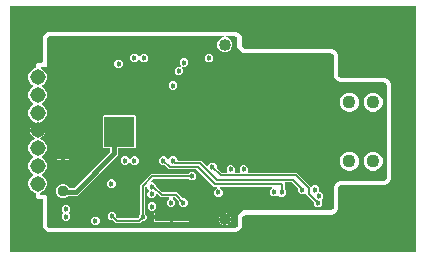
<source format=gbr>
G04 EAGLE Gerber RS-274X export*
G75*
%MOMM*%
%FSLAX34Y34*%
%LPD*%
%INBottom Copper*%
%IPPOS*%
%AMOC8*
5,1,8,0,0,1.08239X$1,22.5*%
G01*
%ADD10C,1.016000*%
%ADD11C,1.108000*%
%ADD12C,0.958000*%
%ADD13R,1.000000X5.000000*%
%ADD14R,2.540000X2.540000*%
%ADD15R,3.000000X0.800000*%
%ADD16C,1.308000*%
%ADD17C,0.454000*%
%ADD18C,0.152400*%
%ADD19C,0.406400*%

G36*
X323520Y-19758D02*
X323520Y-19758D01*
X323539Y-19760D01*
X323641Y-19738D01*
X323743Y-19722D01*
X323760Y-19712D01*
X323780Y-19708D01*
X323869Y-19655D01*
X323960Y-19606D01*
X323974Y-19592D01*
X323991Y-19582D01*
X324058Y-19503D01*
X324130Y-19428D01*
X324138Y-19410D01*
X324151Y-19395D01*
X324190Y-19299D01*
X324233Y-19205D01*
X324235Y-19185D01*
X324243Y-19167D01*
X324261Y-19000D01*
X324261Y187500D01*
X324258Y187520D01*
X324260Y187539D01*
X324238Y187641D01*
X324222Y187743D01*
X324212Y187760D01*
X324208Y187780D01*
X324155Y187869D01*
X324106Y187960D01*
X324092Y187974D01*
X324082Y187991D01*
X324003Y188058D01*
X323928Y188130D01*
X323910Y188138D01*
X323895Y188151D01*
X323799Y188190D01*
X323705Y188233D01*
X323685Y188235D01*
X323667Y188243D01*
X323500Y188261D01*
X-18500Y188261D01*
X-18520Y188258D01*
X-18539Y188260D01*
X-18641Y188238D01*
X-18743Y188222D01*
X-18760Y188212D01*
X-18780Y188208D01*
X-18869Y188155D01*
X-18960Y188106D01*
X-18974Y188092D01*
X-18991Y188082D01*
X-19058Y188003D01*
X-19130Y187928D01*
X-19138Y187910D01*
X-19151Y187895D01*
X-19190Y187799D01*
X-19233Y187705D01*
X-19235Y187685D01*
X-19243Y187667D01*
X-19261Y187500D01*
X-19261Y-19000D01*
X-19258Y-19020D01*
X-19260Y-19039D01*
X-19238Y-19141D01*
X-19222Y-19243D01*
X-19212Y-19260D01*
X-19208Y-19280D01*
X-19155Y-19369D01*
X-19106Y-19460D01*
X-19092Y-19474D01*
X-19082Y-19491D01*
X-19003Y-19558D01*
X-18928Y-19630D01*
X-18910Y-19638D01*
X-18895Y-19651D01*
X-18799Y-19690D01*
X-18705Y-19733D01*
X-18685Y-19735D01*
X-18667Y-19743D01*
X-18500Y-19761D01*
X323500Y-19761D01*
X323520Y-19758D01*
G37*
%LPC*%
G36*
X13184Y-3279D02*
X13184Y-3279D01*
X10038Y-1462D01*
X8221Y1684D01*
X8221Y24460D01*
X8218Y24480D01*
X8220Y24499D01*
X8198Y24601D01*
X8182Y24703D01*
X8172Y24720D01*
X8168Y24740D01*
X8115Y24829D01*
X8066Y24920D01*
X8052Y24934D01*
X8042Y24951D01*
X7963Y25018D01*
X7888Y25090D01*
X7870Y25098D01*
X7855Y25111D01*
X7759Y25150D01*
X7665Y25193D01*
X7645Y25195D01*
X7627Y25203D01*
X7460Y25221D01*
X3263Y25221D01*
X2221Y26263D01*
X2221Y29774D01*
X2202Y29889D01*
X2185Y30005D01*
X2183Y30010D01*
X2182Y30017D01*
X2127Y30119D01*
X2074Y30224D01*
X2069Y30228D01*
X2066Y30234D01*
X1982Y30314D01*
X1898Y30396D01*
X1892Y30400D01*
X1888Y30403D01*
X1871Y30411D01*
X1751Y30477D01*
X-424Y31378D01*
X-2622Y33576D01*
X-3811Y36446D01*
X-3811Y39554D01*
X-2622Y42424D01*
X-424Y44622D01*
X-2Y44797D01*
X59Y44834D01*
X125Y44864D01*
X163Y44899D01*
X207Y44926D01*
X253Y44981D01*
X306Y45030D01*
X331Y45076D01*
X364Y45116D01*
X390Y45183D01*
X424Y45246D01*
X434Y45297D01*
X452Y45345D01*
X455Y45417D01*
X468Y45488D01*
X461Y45539D01*
X463Y45591D01*
X443Y45660D01*
X432Y45731D01*
X409Y45777D01*
X394Y45827D01*
X353Y45886D01*
X321Y45950D01*
X284Y45987D01*
X254Y46029D01*
X197Y46072D01*
X145Y46122D01*
X82Y46157D01*
X57Y46176D01*
X34Y46183D01*
X-2Y46203D01*
X-424Y46378D01*
X-2622Y48576D01*
X-3811Y51446D01*
X-3811Y54554D01*
X-2622Y57424D01*
X-424Y59622D01*
X-2Y59797D01*
X59Y59834D01*
X125Y59864D01*
X163Y59899D01*
X207Y59926D01*
X253Y59981D01*
X306Y60030D01*
X331Y60076D01*
X364Y60116D01*
X390Y60183D01*
X424Y60246D01*
X434Y60297D01*
X452Y60345D01*
X455Y60417D01*
X468Y60488D01*
X461Y60539D01*
X463Y60591D01*
X443Y60660D01*
X432Y60731D01*
X409Y60777D01*
X394Y60827D01*
X353Y60886D01*
X321Y60950D01*
X284Y60987D01*
X254Y61029D01*
X197Y61072D01*
X145Y61122D01*
X82Y61157D01*
X57Y61176D01*
X34Y61183D01*
X-2Y61203D01*
X-424Y61378D01*
X-2622Y63576D01*
X-3811Y66446D01*
X-3811Y69554D01*
X-2622Y72424D01*
X-424Y74622D01*
X1658Y75484D01*
X1719Y75522D01*
X1784Y75551D01*
X1822Y75586D01*
X1867Y75614D01*
X1912Y75669D01*
X1965Y75717D01*
X1990Y75763D01*
X2024Y75803D01*
X2049Y75870D01*
X2084Y75933D01*
X2093Y75984D01*
X2112Y76033D01*
X2115Y76104D01*
X2127Y76175D01*
X2120Y76226D01*
X2122Y76278D01*
X2102Y76347D01*
X2092Y76418D01*
X2068Y76465D01*
X2054Y76515D01*
X2013Y76574D01*
X1980Y76638D01*
X1943Y76674D01*
X1913Y76717D01*
X1856Y76760D01*
X1805Y76810D01*
X1742Y76844D01*
X1716Y76864D01*
X1694Y76871D01*
X1658Y76891D01*
X902Y77204D01*
X-169Y77919D01*
X-1080Y78830D01*
X-1796Y79902D01*
X-2289Y81092D01*
X-2366Y81477D01*
X1460Y81477D01*
X1480Y81480D01*
X1499Y81478D01*
X1601Y81500D01*
X1703Y81517D01*
X1720Y81526D01*
X1740Y81530D01*
X1829Y81583D01*
X1920Y81632D01*
X1934Y81646D01*
X1951Y81656D01*
X2018Y81735D01*
X2090Y81810D01*
X2098Y81828D01*
X2111Y81843D01*
X2150Y81939D01*
X2193Y82033D01*
X2195Y82053D01*
X2203Y82071D01*
X2221Y82238D01*
X2221Y83762D01*
X2218Y83782D01*
X2220Y83801D01*
X2198Y83903D01*
X2182Y84005D01*
X2172Y84022D01*
X2168Y84042D01*
X2115Y84131D01*
X2066Y84222D01*
X2052Y84236D01*
X2042Y84253D01*
X1963Y84320D01*
X1888Y84391D01*
X1870Y84400D01*
X1855Y84413D01*
X1759Y84452D01*
X1665Y84495D01*
X1645Y84497D01*
X1627Y84505D01*
X1460Y84523D01*
X-2366Y84523D01*
X-2289Y84908D01*
X-1796Y86098D01*
X-1080Y87170D01*
X-169Y88081D01*
X902Y88796D01*
X1658Y89109D01*
X1719Y89147D01*
X1784Y89176D01*
X1822Y89211D01*
X1867Y89239D01*
X1912Y89294D01*
X1965Y89343D01*
X1990Y89388D01*
X2024Y89428D01*
X2049Y89495D01*
X2084Y89558D01*
X2093Y89609D01*
X2112Y89658D01*
X2115Y89730D01*
X2127Y89800D01*
X2120Y89852D01*
X2122Y89904D01*
X2102Y89973D01*
X2092Y90044D01*
X2068Y90090D01*
X2054Y90140D01*
X2013Y90199D01*
X1980Y90263D01*
X1943Y90299D01*
X1913Y90342D01*
X1856Y90385D01*
X1805Y90435D01*
X1742Y90470D01*
X1716Y90489D01*
X1694Y90496D01*
X1658Y90516D01*
X-424Y91378D01*
X-2622Y93576D01*
X-3811Y96446D01*
X-3811Y99554D01*
X-2622Y102424D01*
X-424Y104622D01*
X-2Y104797D01*
X59Y104834D01*
X125Y104864D01*
X163Y104899D01*
X207Y104926D01*
X253Y104981D01*
X306Y105030D01*
X331Y105076D01*
X364Y105116D01*
X390Y105183D01*
X424Y105246D01*
X434Y105297D01*
X452Y105345D01*
X455Y105417D01*
X468Y105488D01*
X461Y105539D01*
X463Y105591D01*
X443Y105660D01*
X432Y105731D01*
X409Y105777D01*
X394Y105827D01*
X353Y105886D01*
X321Y105950D01*
X284Y105987D01*
X254Y106029D01*
X197Y106072D01*
X145Y106122D01*
X82Y106157D01*
X57Y106176D01*
X34Y106183D01*
X-2Y106203D01*
X-424Y106378D01*
X-2622Y108576D01*
X-3811Y111446D01*
X-3811Y114554D01*
X-2622Y117424D01*
X-424Y119622D01*
X-2Y119797D01*
X59Y119834D01*
X125Y119864D01*
X163Y119899D01*
X207Y119926D01*
X253Y119981D01*
X306Y120030D01*
X331Y120076D01*
X364Y120116D01*
X390Y120183D01*
X424Y120246D01*
X434Y120297D01*
X452Y120345D01*
X455Y120417D01*
X468Y120488D01*
X461Y120539D01*
X463Y120591D01*
X443Y120660D01*
X432Y120731D01*
X409Y120777D01*
X394Y120827D01*
X353Y120886D01*
X321Y120950D01*
X284Y120987D01*
X254Y121029D01*
X197Y121072D01*
X145Y121122D01*
X82Y121157D01*
X57Y121176D01*
X34Y121183D01*
X-2Y121203D01*
X-424Y121378D01*
X-2622Y123576D01*
X-3811Y126446D01*
X-3811Y129554D01*
X-2622Y132424D01*
X-424Y134622D01*
X1751Y135523D01*
X1851Y135584D01*
X1951Y135644D01*
X1955Y135649D01*
X1960Y135652D01*
X2035Y135743D01*
X2111Y135831D01*
X2113Y135837D01*
X2117Y135842D01*
X2158Y135949D01*
X2203Y136059D01*
X2204Y136067D01*
X2205Y136072D01*
X2206Y136090D01*
X2221Y136226D01*
X2221Y139237D01*
X3263Y140279D01*
X7460Y140279D01*
X7480Y140282D01*
X7499Y140280D01*
X7601Y140302D01*
X7703Y140318D01*
X7720Y140328D01*
X7740Y140332D01*
X7829Y140385D01*
X7920Y140434D01*
X7934Y140448D01*
X7951Y140458D01*
X8018Y140537D01*
X8090Y140612D01*
X8098Y140630D01*
X8111Y140645D01*
X8150Y140741D01*
X8193Y140835D01*
X8195Y140855D01*
X8203Y140873D01*
X8221Y141040D01*
X8221Y161816D01*
X10038Y164962D01*
X13184Y166779D01*
X171816Y166779D01*
X174962Y164962D01*
X176779Y161816D01*
X176779Y155500D01*
X176784Y155469D01*
X176785Y155401D01*
X176869Y154764D01*
X176888Y154701D01*
X176897Y154636D01*
X176931Y154560D01*
X176940Y154529D01*
X176951Y154513D01*
X176965Y154483D01*
X177601Y153380D01*
X177647Y153324D01*
X177654Y153313D01*
X177662Y153306D01*
X177674Y153291D01*
X177745Y153201D01*
X177753Y153195D01*
X177757Y153190D01*
X177776Y153178D01*
X177880Y153101D01*
X178983Y152465D01*
X179044Y152441D01*
X179101Y152409D01*
X179182Y152389D01*
X179213Y152378D01*
X179232Y152377D01*
X179264Y152369D01*
X179901Y152285D01*
X179932Y152286D01*
X180000Y152279D01*
X253316Y152279D01*
X256462Y150462D01*
X258279Y147316D01*
X258279Y130500D01*
X258284Y130469D01*
X258285Y130401D01*
X258369Y129764D01*
X258388Y129701D01*
X258397Y129636D01*
X258431Y129560D01*
X258440Y129528D01*
X258451Y129513D01*
X258465Y129483D01*
X259101Y128380D01*
X259174Y128291D01*
X259245Y128201D01*
X259253Y128195D01*
X259257Y128190D01*
X259276Y128178D01*
X259380Y128101D01*
X260483Y127465D01*
X260544Y127441D01*
X260601Y127409D01*
X260682Y127389D01*
X260713Y127378D01*
X260732Y127377D01*
X260764Y127369D01*
X261401Y127285D01*
X261432Y127286D01*
X261500Y127279D01*
X298316Y127279D01*
X301462Y125462D01*
X303279Y122316D01*
X303279Y41684D01*
X301462Y38538D01*
X298316Y36721D01*
X261500Y36721D01*
X261469Y36716D01*
X261401Y36715D01*
X260764Y36631D01*
X260701Y36612D01*
X260636Y36603D01*
X260560Y36569D01*
X260528Y36560D01*
X260513Y36549D01*
X260483Y36535D01*
X259380Y35899D01*
X259291Y35826D01*
X259201Y35755D01*
X259195Y35747D01*
X259190Y35743D01*
X259178Y35724D01*
X259101Y35620D01*
X258465Y34517D01*
X258441Y34456D01*
X258409Y34399D01*
X258389Y34318D01*
X258378Y34287D01*
X258377Y34268D01*
X258369Y34236D01*
X258285Y33599D01*
X258286Y33568D01*
X258279Y33500D01*
X258279Y16684D01*
X256462Y13538D01*
X253316Y11721D01*
X180500Y11721D01*
X180469Y11716D01*
X180401Y11715D01*
X179764Y11631D01*
X179701Y11612D01*
X179636Y11603D01*
X179560Y11569D01*
X179528Y11560D01*
X179513Y11549D01*
X179483Y11535D01*
X178380Y10899D01*
X178291Y10826D01*
X178201Y10755D01*
X178195Y10747D01*
X178190Y10743D01*
X178178Y10724D01*
X178101Y10620D01*
X177465Y9517D01*
X177441Y9456D01*
X177409Y9399D01*
X177389Y9318D01*
X177378Y9287D01*
X177377Y9268D01*
X177369Y9236D01*
X177285Y8599D01*
X177286Y8568D01*
X177279Y8500D01*
X177279Y1684D01*
X175462Y-1462D01*
X172316Y-3279D01*
X13184Y-3279D01*
G37*
%LPD*%
G36*
X170531Y284D02*
X170531Y284D01*
X170599Y285D01*
X171236Y369D01*
X171299Y388D01*
X171364Y397D01*
X171440Y431D01*
X171472Y440D01*
X171487Y451D01*
X171517Y465D01*
X172620Y1101D01*
X172709Y1174D01*
X172799Y1245D01*
X172805Y1253D01*
X172810Y1257D01*
X172822Y1276D01*
X172899Y1380D01*
X173535Y2483D01*
X173559Y2544D01*
X173591Y2601D01*
X173611Y2682D01*
X173622Y2713D01*
X173623Y2732D01*
X173631Y2764D01*
X173715Y3401D01*
X173714Y3432D01*
X173721Y3500D01*
X173721Y10316D01*
X175538Y13462D01*
X178684Y15279D01*
X251500Y15279D01*
X251531Y15284D01*
X251599Y15285D01*
X252236Y15369D01*
X252299Y15388D01*
X252364Y15397D01*
X252440Y15431D01*
X252472Y15440D01*
X252487Y15451D01*
X252517Y15465D01*
X253620Y16101D01*
X253701Y16167D01*
X253710Y16172D01*
X253720Y16182D01*
X253799Y16245D01*
X253805Y16253D01*
X253810Y16257D01*
X253822Y16276D01*
X253870Y16340D01*
X253880Y16351D01*
X253883Y16359D01*
X253899Y16380D01*
X254535Y17483D01*
X254559Y17544D01*
X254591Y17601D01*
X254611Y17682D01*
X254622Y17713D01*
X254623Y17732D01*
X254631Y17764D01*
X254715Y18401D01*
X254714Y18432D01*
X254721Y18500D01*
X254721Y35316D01*
X256538Y38462D01*
X259684Y40279D01*
X296500Y40279D01*
X296531Y40284D01*
X296599Y40285D01*
X297236Y40369D01*
X297299Y40388D01*
X297364Y40397D01*
X297440Y40431D01*
X297472Y40440D01*
X297487Y40451D01*
X297517Y40465D01*
X298620Y41101D01*
X298709Y41174D01*
X298799Y41245D01*
X298805Y41253D01*
X298810Y41257D01*
X298822Y41276D01*
X298899Y41380D01*
X299535Y42483D01*
X299559Y42544D01*
X299591Y42601D01*
X299611Y42682D01*
X299622Y42713D01*
X299623Y42732D01*
X299631Y42764D01*
X299715Y43401D01*
X299714Y43432D01*
X299721Y43500D01*
X299721Y120500D01*
X299716Y120531D01*
X299715Y120599D01*
X299631Y121236D01*
X299612Y121299D01*
X299603Y121364D01*
X299569Y121440D01*
X299560Y121472D01*
X299549Y121487D01*
X299535Y121517D01*
X298899Y122620D01*
X298826Y122709D01*
X298755Y122799D01*
X298747Y122805D01*
X298743Y122810D01*
X298724Y122822D01*
X298620Y122899D01*
X297517Y123535D01*
X297456Y123559D01*
X297399Y123591D01*
X297318Y123611D01*
X297287Y123622D01*
X297268Y123623D01*
X297236Y123631D01*
X296599Y123715D01*
X296568Y123714D01*
X296500Y123721D01*
X259684Y123721D01*
X256538Y125538D01*
X254721Y128684D01*
X254721Y145500D01*
X254716Y145531D01*
X254715Y145599D01*
X254631Y146236D01*
X254612Y146299D01*
X254603Y146364D01*
X254569Y146440D01*
X254560Y146472D01*
X254549Y146487D01*
X254535Y146517D01*
X253899Y147620D01*
X253826Y147709D01*
X253755Y147799D01*
X253747Y147805D01*
X253743Y147810D01*
X253724Y147822D01*
X253620Y147899D01*
X252517Y148535D01*
X252456Y148559D01*
X252399Y148591D01*
X252318Y148611D01*
X252287Y148622D01*
X252268Y148623D01*
X252236Y148631D01*
X251599Y148715D01*
X251568Y148714D01*
X251500Y148721D01*
X178184Y148721D01*
X175038Y150538D01*
X173221Y153684D01*
X173221Y160000D01*
X173216Y160031D01*
X173215Y160099D01*
X173131Y160736D01*
X173112Y160799D01*
X173103Y160864D01*
X173076Y160926D01*
X173074Y160935D01*
X173068Y160944D01*
X173060Y160971D01*
X173049Y160987D01*
X173035Y161017D01*
X172399Y162120D01*
X172326Y162209D01*
X172255Y162299D01*
X172247Y162305D01*
X172243Y162310D01*
X172224Y162322D01*
X172120Y162399D01*
X171017Y163035D01*
X170956Y163059D01*
X170899Y163091D01*
X170818Y163111D01*
X170787Y163122D01*
X170768Y163123D01*
X170736Y163131D01*
X170099Y163215D01*
X170068Y163214D01*
X170000Y163221D01*
X164281Y163221D01*
X164185Y163206D01*
X164088Y163196D01*
X164065Y163186D01*
X164039Y163182D01*
X163953Y163136D01*
X163864Y163096D01*
X163844Y163079D01*
X163821Y163066D01*
X163754Y162996D01*
X163683Y162930D01*
X163670Y162907D01*
X163652Y162888D01*
X163611Y162800D01*
X163564Y162714D01*
X163559Y162689D01*
X163548Y162665D01*
X163538Y162568D01*
X163520Y162472D01*
X163524Y162446D01*
X163521Y162421D01*
X163542Y162325D01*
X163556Y162229D01*
X163568Y162206D01*
X163574Y162180D01*
X163623Y162097D01*
X163668Y162010D01*
X163686Y161991D01*
X163700Y161969D01*
X163774Y161906D01*
X163843Y161838D01*
X163872Y161822D01*
X163887Y161809D01*
X163917Y161797D01*
X163990Y161757D01*
X166097Y160884D01*
X167884Y159097D01*
X168851Y156763D01*
X168851Y154237D01*
X167884Y151903D01*
X166097Y150116D01*
X163763Y149149D01*
X161237Y149149D01*
X158903Y150116D01*
X157116Y151903D01*
X156149Y154237D01*
X156149Y156763D01*
X157116Y159097D01*
X158903Y160884D01*
X161010Y161757D01*
X161093Y161808D01*
X161179Y161854D01*
X161197Y161872D01*
X161219Y161886D01*
X161281Y161962D01*
X161348Y162032D01*
X161359Y162056D01*
X161376Y162076D01*
X161411Y162167D01*
X161452Y162255D01*
X161455Y162281D01*
X161464Y162305D01*
X161468Y162403D01*
X161479Y162499D01*
X161473Y162525D01*
X161474Y162551D01*
X161447Y162645D01*
X161426Y162740D01*
X161413Y162762D01*
X161406Y162787D01*
X161350Y162867D01*
X161300Y162951D01*
X161280Y162968D01*
X161266Y162989D01*
X161187Y163048D01*
X161113Y163111D01*
X161089Y163121D01*
X161068Y163136D01*
X160976Y163166D01*
X160885Y163203D01*
X160853Y163206D01*
X160834Y163212D01*
X160801Y163212D01*
X160719Y163221D01*
X15000Y163221D01*
X14969Y163216D01*
X14901Y163215D01*
X14264Y163131D01*
X14201Y163112D01*
X14136Y163103D01*
X14060Y163069D01*
X14028Y163060D01*
X14013Y163049D01*
X13983Y163035D01*
X12880Y162399D01*
X12791Y162326D01*
X12701Y162255D01*
X12695Y162247D01*
X12690Y162243D01*
X12678Y162224D01*
X12601Y162120D01*
X11965Y161017D01*
X11941Y160956D01*
X11909Y160899D01*
X11889Y160818D01*
X11878Y160787D01*
X11877Y160768D01*
X11869Y160736D01*
X11785Y160099D01*
X11786Y160068D01*
X11779Y160000D01*
X11779Y137763D01*
X10737Y136721D01*
X7182Y136721D01*
X7086Y136706D01*
X6989Y136696D01*
X6965Y136686D01*
X6940Y136682D01*
X6854Y136636D01*
X6765Y136596D01*
X6745Y136579D01*
X6722Y136566D01*
X6655Y136496D01*
X6584Y136430D01*
X6571Y136407D01*
X6553Y136388D01*
X6512Y136300D01*
X6465Y136214D01*
X6460Y136189D01*
X6449Y136165D01*
X6439Y136068D01*
X6421Y135972D01*
X6425Y135946D01*
X6422Y135921D01*
X6443Y135825D01*
X6457Y135729D01*
X6469Y135706D01*
X6474Y135680D01*
X6524Y135597D01*
X6569Y135510D01*
X6587Y135491D01*
X6601Y135469D01*
X6675Y135406D01*
X6744Y135338D01*
X6773Y135322D01*
X6788Y135309D01*
X6818Y135297D01*
X6891Y135257D01*
X8424Y134622D01*
X10622Y132424D01*
X11811Y129554D01*
X11811Y126446D01*
X10622Y123576D01*
X8424Y121378D01*
X8002Y121203D01*
X7941Y121166D01*
X7875Y121136D01*
X7837Y121101D01*
X7793Y121074D01*
X7747Y121019D01*
X7694Y120970D01*
X7669Y120924D01*
X7636Y120884D01*
X7610Y120817D01*
X7576Y120754D01*
X7566Y120703D01*
X7548Y120655D01*
X7545Y120583D01*
X7532Y120512D01*
X7539Y120461D01*
X7537Y120409D01*
X7557Y120340D01*
X7568Y120269D01*
X7591Y120223D01*
X7606Y120173D01*
X7647Y120114D01*
X7679Y120050D01*
X7716Y120013D01*
X7746Y119971D01*
X7804Y119928D01*
X7855Y119878D01*
X7918Y119843D01*
X7943Y119824D01*
X7966Y119816D01*
X8002Y119797D01*
X8424Y119622D01*
X10622Y117424D01*
X11811Y114554D01*
X11811Y111446D01*
X10622Y108576D01*
X8424Y106378D01*
X8002Y106203D01*
X7941Y106166D01*
X7875Y106136D01*
X7837Y106101D01*
X7793Y106074D01*
X7747Y106019D01*
X7694Y105970D01*
X7669Y105924D01*
X7636Y105884D01*
X7610Y105817D01*
X7576Y105754D01*
X7566Y105703D01*
X7548Y105655D01*
X7545Y105583D01*
X7532Y105512D01*
X7539Y105461D01*
X7537Y105409D01*
X7557Y105340D01*
X7568Y105269D01*
X7591Y105223D01*
X7606Y105173D01*
X7647Y105114D01*
X7679Y105050D01*
X7716Y105013D01*
X7746Y104971D01*
X7804Y104928D01*
X7855Y104878D01*
X7918Y104843D01*
X7943Y104824D01*
X7966Y104816D01*
X8002Y104797D01*
X8424Y104622D01*
X10622Y102424D01*
X11811Y99554D01*
X11811Y96446D01*
X10622Y93576D01*
X8424Y91378D01*
X6342Y90516D01*
X6281Y90478D01*
X6216Y90449D01*
X6178Y90414D01*
X6133Y90386D01*
X6087Y90331D01*
X6035Y90283D01*
X6010Y90237D01*
X5976Y90197D01*
X5951Y90130D01*
X5916Y90067D01*
X5907Y90016D01*
X5888Y89967D01*
X5885Y89896D01*
X5873Y89825D01*
X5880Y89774D01*
X5878Y89722D01*
X5898Y89653D01*
X5908Y89582D01*
X5932Y89535D01*
X5946Y89485D01*
X5987Y89426D01*
X6020Y89362D01*
X6057Y89326D01*
X6087Y89283D01*
X6144Y89240D01*
X6195Y89190D01*
X6258Y89156D01*
X6284Y89136D01*
X6306Y89129D01*
X6342Y89109D01*
X7098Y88796D01*
X8170Y88080D01*
X9080Y87170D01*
X9796Y86098D01*
X10289Y84908D01*
X10366Y84523D01*
X6540Y84523D01*
X6520Y84520D01*
X6501Y84522D01*
X6399Y84500D01*
X6297Y84483D01*
X6280Y84474D01*
X6260Y84470D01*
X6171Y84417D01*
X6080Y84368D01*
X6066Y84354D01*
X6049Y84344D01*
X5982Y84265D01*
X5910Y84190D01*
X5902Y84172D01*
X5889Y84157D01*
X5850Y84061D01*
X5807Y83967D01*
X5805Y83947D01*
X5797Y83929D01*
X5779Y83762D01*
X5779Y82238D01*
X5781Y82222D01*
X5780Y82207D01*
X5780Y82204D01*
X5780Y82199D01*
X5802Y82097D01*
X5818Y81995D01*
X5828Y81978D01*
X5832Y81958D01*
X5885Y81869D01*
X5934Y81778D01*
X5948Y81764D01*
X5958Y81747D01*
X6037Y81680D01*
X6112Y81609D01*
X6130Y81600D01*
X6145Y81587D01*
X6241Y81548D01*
X6335Y81505D01*
X6355Y81503D01*
X6373Y81495D01*
X6540Y81477D01*
X10366Y81477D01*
X10289Y81092D01*
X9796Y79902D01*
X9080Y78830D01*
X8170Y77920D01*
X7098Y77204D01*
X6342Y76891D01*
X6281Y76853D01*
X6216Y76824D01*
X6178Y76789D01*
X6133Y76761D01*
X6088Y76706D01*
X6035Y76657D01*
X6010Y76612D01*
X5976Y76572D01*
X5951Y76505D01*
X5916Y76442D01*
X5907Y76391D01*
X5888Y76342D01*
X5885Y76270D01*
X5873Y76200D01*
X5880Y76148D01*
X5878Y76096D01*
X5898Y76027D01*
X5908Y75956D01*
X5932Y75910D01*
X5946Y75860D01*
X5987Y75801D01*
X6020Y75737D01*
X6057Y75701D01*
X6087Y75658D01*
X6144Y75615D01*
X6195Y75565D01*
X6258Y75530D01*
X6284Y75511D01*
X6306Y75504D01*
X6342Y75484D01*
X8424Y74622D01*
X10622Y72424D01*
X11811Y69554D01*
X11811Y66446D01*
X10622Y63576D01*
X8424Y61378D01*
X8002Y61203D01*
X7941Y61166D01*
X7875Y61136D01*
X7837Y61101D01*
X7793Y61074D01*
X7747Y61019D01*
X7694Y60970D01*
X7669Y60924D01*
X7636Y60884D01*
X7610Y60817D01*
X7576Y60754D01*
X7566Y60703D01*
X7548Y60655D01*
X7545Y60583D01*
X7532Y60512D01*
X7539Y60461D01*
X7537Y60409D01*
X7557Y60340D01*
X7568Y60269D01*
X7591Y60223D01*
X7606Y60173D01*
X7647Y60114D01*
X7679Y60050D01*
X7716Y60013D01*
X7746Y59971D01*
X7804Y59928D01*
X7855Y59878D01*
X7918Y59843D01*
X7943Y59824D01*
X7966Y59816D01*
X8002Y59797D01*
X8424Y59622D01*
X10622Y57424D01*
X11811Y54554D01*
X11811Y51446D01*
X10622Y48576D01*
X8424Y46378D01*
X8002Y46203D01*
X7941Y46166D01*
X7875Y46136D01*
X7837Y46101D01*
X7793Y46074D01*
X7747Y46019D01*
X7694Y45970D01*
X7669Y45924D01*
X7636Y45884D01*
X7610Y45817D01*
X7576Y45754D01*
X7566Y45703D01*
X7548Y45655D01*
X7545Y45583D01*
X7532Y45512D01*
X7539Y45461D01*
X7537Y45409D01*
X7557Y45340D01*
X7568Y45269D01*
X7591Y45223D01*
X7606Y45173D01*
X7647Y45114D01*
X7679Y45050D01*
X7716Y45013D01*
X7746Y44971D01*
X7804Y44928D01*
X7855Y44878D01*
X7918Y44843D01*
X7943Y44824D01*
X7966Y44816D01*
X8002Y44797D01*
X8424Y44622D01*
X10622Y42424D01*
X11811Y39554D01*
X11811Y36446D01*
X10622Y33576D01*
X8424Y31378D01*
X6249Y30477D01*
X6149Y30415D01*
X6049Y30356D01*
X6045Y30351D01*
X6040Y30348D01*
X5965Y30257D01*
X5889Y30169D01*
X5887Y30163D01*
X5883Y30158D01*
X5841Y30050D01*
X5797Y29941D01*
X5796Y29933D01*
X5795Y29928D01*
X5794Y29910D01*
X5779Y29774D01*
X5779Y29540D01*
X5782Y29520D01*
X5780Y29501D01*
X5802Y29399D01*
X5818Y29297D01*
X5828Y29280D01*
X5832Y29260D01*
X5885Y29171D01*
X5934Y29080D01*
X5948Y29066D01*
X5958Y29049D01*
X6037Y28982D01*
X6112Y28910D01*
X6130Y28902D01*
X6145Y28889D01*
X6241Y28850D01*
X6335Y28807D01*
X6355Y28805D01*
X6373Y28797D01*
X6540Y28779D01*
X10737Y28779D01*
X11779Y27737D01*
X11779Y3500D01*
X11784Y3469D01*
X11785Y3401D01*
X11869Y2764D01*
X11888Y2701D01*
X11897Y2636D01*
X11931Y2560D01*
X11940Y2529D01*
X11951Y2513D01*
X11965Y2483D01*
X12601Y1380D01*
X12674Y1291D01*
X12745Y1201D01*
X12753Y1195D01*
X12757Y1190D01*
X12776Y1178D01*
X12880Y1101D01*
X13983Y465D01*
X14044Y441D01*
X14101Y409D01*
X14182Y389D01*
X14213Y378D01*
X14232Y377D01*
X14264Y369D01*
X14901Y285D01*
X14932Y286D01*
X15000Y279D01*
X170500Y279D01*
X170531Y284D01*
G37*
%LPC*%
G36*
X240073Y17959D02*
X240073Y17959D01*
X237999Y20033D01*
X237999Y21851D01*
X237985Y21941D01*
X237977Y22032D01*
X237965Y22061D01*
X237960Y22093D01*
X237917Y22174D01*
X237881Y22258D01*
X237855Y22290D01*
X237844Y22311D01*
X237821Y22333D01*
X237776Y22389D01*
X231507Y28658D01*
X231507Y29662D01*
X231496Y29733D01*
X231494Y29805D01*
X231476Y29854D01*
X231468Y29905D01*
X231434Y29968D01*
X231409Y30036D01*
X231377Y30076D01*
X231352Y30122D01*
X231300Y30172D01*
X231256Y30228D01*
X231212Y30256D01*
X231174Y30292D01*
X231109Y30322D01*
X231049Y30361D01*
X230998Y30373D01*
X230951Y30395D01*
X230880Y30403D01*
X230810Y30421D01*
X230758Y30417D01*
X230707Y30422D01*
X230636Y30407D01*
X230565Y30402D01*
X230517Y30381D01*
X230466Y30370D01*
X230405Y30333D01*
X230339Y30305D01*
X230283Y30260D01*
X230255Y30244D01*
X230240Y30226D01*
X230208Y30200D01*
X229467Y29459D01*
X226533Y29459D01*
X224459Y31533D01*
X224459Y33851D01*
X224445Y33941D01*
X224437Y34032D01*
X224425Y34061D01*
X224420Y34093D01*
X224377Y34174D01*
X224341Y34258D01*
X224315Y34290D01*
X224304Y34311D01*
X224281Y34333D01*
X224236Y34389D01*
X219881Y38744D01*
X219807Y38797D01*
X219738Y38857D01*
X219707Y38869D01*
X219681Y38888D01*
X219594Y38915D01*
X219509Y38949D01*
X219468Y38953D01*
X219446Y38960D01*
X219414Y38959D01*
X219343Y38967D01*
X213794Y38967D01*
X213774Y38964D01*
X213755Y38966D01*
X213653Y38944D01*
X213551Y38928D01*
X213534Y38918D01*
X213514Y38914D01*
X213425Y38861D01*
X213334Y38812D01*
X213320Y38798D01*
X213303Y38788D01*
X213236Y38709D01*
X213164Y38634D01*
X213156Y38616D01*
X213143Y38601D01*
X213104Y38505D01*
X213061Y38411D01*
X213059Y38391D01*
X213051Y38373D01*
X213033Y38206D01*
X213033Y33790D01*
X213047Y33700D01*
X213055Y33609D01*
X213067Y33579D01*
X213072Y33547D01*
X213115Y33467D01*
X213151Y33383D01*
X213177Y33351D01*
X213188Y33330D01*
X213211Y33308D01*
X213256Y33252D01*
X214541Y31967D01*
X214541Y29033D01*
X212467Y26959D01*
X209533Y26959D01*
X207870Y28623D01*
X207854Y28634D01*
X207841Y28650D01*
X207754Y28706D01*
X207670Y28766D01*
X207651Y28772D01*
X207634Y28783D01*
X207534Y28808D01*
X207435Y28839D01*
X207415Y28838D01*
X207396Y28843D01*
X207293Y28835D01*
X207189Y28832D01*
X207170Y28825D01*
X207151Y28824D01*
X207056Y28784D01*
X206958Y28748D01*
X206943Y28735D01*
X206924Y28728D01*
X206793Y28623D01*
X205527Y27356D01*
X202593Y27356D01*
X200519Y29430D01*
X200519Y32363D01*
X202324Y34168D01*
X202365Y34226D01*
X202415Y34278D01*
X202437Y34325D01*
X202467Y34367D01*
X202488Y34436D01*
X202518Y34501D01*
X202524Y34553D01*
X202539Y34603D01*
X202538Y34674D01*
X202546Y34745D01*
X202534Y34796D01*
X202533Y34848D01*
X202508Y34916D01*
X202493Y34986D01*
X202467Y35031D01*
X202449Y35079D01*
X202404Y35135D01*
X202367Y35197D01*
X202328Y35231D01*
X202295Y35271D01*
X202235Y35310D01*
X202180Y35357D01*
X202132Y35376D01*
X202088Y35404D01*
X202019Y35422D01*
X201952Y35449D01*
X201881Y35457D01*
X201850Y35465D01*
X201826Y35463D01*
X201785Y35467D01*
X158878Y35467D01*
X158807Y35456D01*
X158735Y35454D01*
X158686Y35436D01*
X158635Y35428D01*
X158572Y35394D01*
X158504Y35369D01*
X158464Y35337D01*
X158418Y35312D01*
X158368Y35260D01*
X158312Y35216D01*
X158284Y35172D01*
X158248Y35134D01*
X158218Y35069D01*
X158179Y35009D01*
X158167Y34958D01*
X158145Y34911D01*
X158137Y34840D01*
X158119Y34770D01*
X158123Y34718D01*
X158118Y34667D01*
X158133Y34596D01*
X158138Y34525D01*
X158159Y34477D01*
X158170Y34426D01*
X158207Y34365D01*
X158235Y34299D01*
X158280Y34243D01*
X158296Y34215D01*
X158314Y34200D01*
X158340Y34168D01*
X160541Y31967D01*
X160541Y29033D01*
X158467Y26959D01*
X155533Y26959D01*
X153459Y29033D01*
X153459Y31967D01*
X155660Y34168D01*
X155702Y34226D01*
X155752Y34278D01*
X155774Y34325D01*
X155804Y34367D01*
X155825Y34436D01*
X155855Y34501D01*
X155861Y34553D01*
X155876Y34603D01*
X155874Y34674D01*
X155882Y34745D01*
X155871Y34796D01*
X155870Y34848D01*
X155845Y34916D01*
X155830Y34986D01*
X155803Y35031D01*
X155785Y35079D01*
X155741Y35135D01*
X155704Y35197D01*
X155664Y35231D01*
X155632Y35271D01*
X155571Y35310D01*
X155517Y35357D01*
X155469Y35376D01*
X155425Y35404D01*
X155355Y35422D01*
X155289Y35449D01*
X155217Y35457D01*
X155186Y35465D01*
X155163Y35463D01*
X155122Y35467D01*
X153158Y35467D01*
X151744Y36881D01*
X138881Y49744D01*
X138807Y49797D01*
X138738Y49857D01*
X138707Y49869D01*
X138681Y49888D01*
X138594Y49915D01*
X138509Y49949D01*
X138468Y49953D01*
X138446Y49960D01*
X138414Y49959D01*
X138343Y49967D01*
X115158Y49967D01*
X111389Y53736D01*
X111315Y53789D01*
X111246Y53849D01*
X111215Y53861D01*
X111189Y53880D01*
X111102Y53907D01*
X111017Y53941D01*
X110976Y53945D01*
X110954Y53952D01*
X110922Y53951D01*
X110851Y53959D01*
X109033Y53959D01*
X106959Y56033D01*
X106959Y58967D01*
X109033Y61041D01*
X111967Y61041D01*
X113962Y59046D01*
X113978Y59034D01*
X113990Y59018D01*
X114078Y58962D01*
X114161Y58902D01*
X114180Y58896D01*
X114197Y58885D01*
X114298Y58860D01*
X114397Y58830D01*
X114416Y58830D01*
X114436Y58825D01*
X114539Y58833D01*
X114642Y58836D01*
X114661Y58843D01*
X114681Y58845D01*
X114776Y58885D01*
X114873Y58921D01*
X114889Y58933D01*
X114907Y58941D01*
X115038Y59046D01*
X117033Y61041D01*
X119967Y61041D01*
X122041Y58967D01*
X122041Y58294D01*
X122044Y58274D01*
X122042Y58255D01*
X122064Y58153D01*
X122080Y58051D01*
X122090Y58034D01*
X122094Y58014D01*
X122147Y57925D01*
X122196Y57834D01*
X122210Y57820D01*
X122220Y57803D01*
X122299Y57736D01*
X122374Y57664D01*
X122392Y57656D01*
X122407Y57643D01*
X122503Y57604D01*
X122597Y57561D01*
X122617Y57559D01*
X122635Y57551D01*
X122802Y57533D01*
X142258Y57533D01*
X147160Y52631D01*
X147218Y52589D01*
X147270Y52540D01*
X147317Y52518D01*
X147359Y52487D01*
X147428Y52466D01*
X147493Y52436D01*
X147545Y52430D01*
X147595Y52415D01*
X147666Y52417D01*
X147737Y52409D01*
X147788Y52420D01*
X147840Y52421D01*
X147908Y52446D01*
X147978Y52461D01*
X148023Y52488D01*
X148071Y52506D01*
X148127Y52551D01*
X148189Y52587D01*
X148223Y52627D01*
X148263Y52660D01*
X148302Y52720D01*
X148349Y52774D01*
X148368Y52823D01*
X148396Y52867D01*
X148414Y52936D01*
X148441Y53003D01*
X148449Y53074D01*
X148457Y53105D01*
X148455Y53128D01*
X148459Y53169D01*
X148459Y53467D01*
X150533Y55541D01*
X153467Y55541D01*
X155541Y53467D01*
X155541Y51649D01*
X155555Y51559D01*
X155563Y51468D01*
X155575Y51439D01*
X155580Y51407D01*
X155623Y51326D01*
X155659Y51242D01*
X155685Y51210D01*
X155696Y51189D01*
X155719Y51167D01*
X155764Y51111D01*
X159619Y47256D01*
X159693Y47203D01*
X159762Y47143D01*
X159793Y47131D01*
X159819Y47112D01*
X159906Y47085D01*
X159991Y47051D01*
X160032Y47047D01*
X160054Y47040D01*
X160086Y47041D01*
X160157Y47033D01*
X163622Y47033D01*
X163693Y47044D01*
X163765Y47046D01*
X163814Y47064D01*
X163865Y47072D01*
X163928Y47106D01*
X163996Y47131D01*
X164036Y47163D01*
X164082Y47188D01*
X164132Y47239D01*
X164188Y47284D01*
X164216Y47328D01*
X164252Y47366D01*
X164282Y47431D01*
X164321Y47491D01*
X164333Y47542D01*
X164355Y47589D01*
X164363Y47660D01*
X164381Y47730D01*
X164377Y47782D01*
X164382Y47833D01*
X164367Y47904D01*
X164362Y47975D01*
X164341Y48023D01*
X164330Y48074D01*
X164293Y48135D01*
X164265Y48201D01*
X164220Y48257D01*
X164204Y48285D01*
X164186Y48300D01*
X164160Y48332D01*
X163959Y48533D01*
X163959Y51467D01*
X166033Y53541D01*
X168967Y53541D01*
X171041Y51467D01*
X171041Y48533D01*
X170840Y48332D01*
X170798Y48274D01*
X170748Y48222D01*
X170726Y48175D01*
X170696Y48133D01*
X170675Y48064D01*
X170645Y47999D01*
X170639Y47947D01*
X170624Y47897D01*
X170626Y47826D01*
X170618Y47755D01*
X170629Y47704D01*
X170630Y47652D01*
X170655Y47584D01*
X170670Y47514D01*
X170697Y47469D01*
X170715Y47421D01*
X170759Y47365D01*
X170796Y47303D01*
X170836Y47269D01*
X170868Y47229D01*
X170928Y47190D01*
X170983Y47143D01*
X171031Y47124D01*
X171075Y47096D01*
X171145Y47078D01*
X171211Y47051D01*
X171282Y47043D01*
X171314Y47035D01*
X171337Y47037D01*
X171378Y47033D01*
X174622Y47033D01*
X174693Y47044D01*
X174765Y47046D01*
X174814Y47064D01*
X174865Y47072D01*
X174928Y47106D01*
X174996Y47131D01*
X175036Y47163D01*
X175082Y47188D01*
X175132Y47239D01*
X175188Y47284D01*
X175216Y47328D01*
X175252Y47366D01*
X175282Y47431D01*
X175321Y47491D01*
X175333Y47542D01*
X175355Y47589D01*
X175363Y47660D01*
X175381Y47730D01*
X175377Y47782D01*
X175382Y47833D01*
X175367Y47904D01*
X175362Y47975D01*
X175341Y48023D01*
X175330Y48074D01*
X175293Y48135D01*
X175265Y48201D01*
X175220Y48257D01*
X175204Y48285D01*
X175186Y48300D01*
X175160Y48332D01*
X174959Y48533D01*
X174959Y51467D01*
X177033Y53541D01*
X179967Y53541D01*
X182041Y51467D01*
X182041Y48533D01*
X181840Y48332D01*
X181798Y48274D01*
X181748Y48222D01*
X181726Y48175D01*
X181696Y48133D01*
X181675Y48064D01*
X181645Y47999D01*
X181639Y47947D01*
X181624Y47897D01*
X181626Y47826D01*
X181618Y47755D01*
X181629Y47704D01*
X181630Y47652D01*
X181655Y47584D01*
X181670Y47514D01*
X181697Y47469D01*
X181715Y47421D01*
X181759Y47365D01*
X181796Y47303D01*
X181836Y47269D01*
X181868Y47229D01*
X181928Y47190D01*
X181983Y47143D01*
X182031Y47124D01*
X182075Y47096D01*
X182145Y47078D01*
X182211Y47051D01*
X182282Y47043D01*
X182314Y47035D01*
X182337Y47037D01*
X182378Y47033D01*
X223842Y47033D01*
X225256Y45619D01*
X235395Y35479D01*
X235412Y35468D01*
X235424Y35452D01*
X235511Y35396D01*
X235595Y35336D01*
X235614Y35330D01*
X235631Y35319D01*
X235731Y35294D01*
X235830Y35263D01*
X235850Y35264D01*
X235869Y35259D01*
X235972Y35267D01*
X236076Y35270D01*
X236095Y35277D01*
X236115Y35278D01*
X236210Y35319D01*
X236307Y35354D01*
X236323Y35367D01*
X236341Y35375D01*
X236472Y35479D01*
X237533Y36541D01*
X240467Y36541D01*
X242541Y34467D01*
X242541Y31698D01*
X242544Y31678D01*
X242542Y31659D01*
X242564Y31557D01*
X242580Y31455D01*
X242590Y31438D01*
X242594Y31418D01*
X242647Y31329D01*
X242696Y31238D01*
X242710Y31224D01*
X242720Y31207D01*
X242799Y31140D01*
X242874Y31068D01*
X242892Y31060D01*
X242907Y31047D01*
X243003Y31008D01*
X243097Y30965D01*
X243117Y30963D01*
X243135Y30955D01*
X243302Y30937D01*
X243646Y30937D01*
X245720Y28863D01*
X245720Y25929D01*
X244457Y24667D01*
X244446Y24650D01*
X244430Y24638D01*
X244374Y24551D01*
X244314Y24467D01*
X244308Y24448D01*
X244297Y24431D01*
X244272Y24331D01*
X244241Y24232D01*
X244242Y24212D01*
X244237Y24193D01*
X244245Y24090D01*
X244248Y23986D01*
X244255Y23967D01*
X244256Y23947D01*
X244297Y23852D01*
X244332Y23755D01*
X244345Y23739D01*
X244353Y23721D01*
X244457Y23590D01*
X245081Y22967D01*
X245081Y20033D01*
X243007Y17959D01*
X240073Y17959D01*
G37*
%LPD*%
%LPC*%
G36*
X24294Y25939D02*
X24294Y25939D01*
X22067Y26862D01*
X20362Y28567D01*
X19439Y30794D01*
X19439Y33206D01*
X20362Y35433D01*
X22067Y37138D01*
X24294Y38061D01*
X26706Y38061D01*
X28933Y37138D01*
X30638Y35433D01*
X30912Y34773D01*
X30973Y34673D01*
X31033Y34573D01*
X31038Y34569D01*
X31041Y34564D01*
X31131Y34489D01*
X31220Y34413D01*
X31226Y34411D01*
X31231Y34407D01*
X31339Y34365D01*
X31448Y34321D01*
X31456Y34320D01*
X31460Y34319D01*
X31479Y34318D01*
X31615Y34303D01*
X34437Y34303D01*
X34527Y34317D01*
X34618Y34325D01*
X34647Y34337D01*
X34679Y34342D01*
X34760Y34385D01*
X34844Y34421D01*
X34876Y34447D01*
X34897Y34458D01*
X34919Y34481D01*
X34975Y34526D01*
X65274Y64825D01*
X65327Y64899D01*
X65387Y64968D01*
X65399Y64999D01*
X65418Y65025D01*
X65445Y65112D01*
X65479Y65197D01*
X65483Y65238D01*
X65490Y65260D01*
X65489Y65292D01*
X65497Y65363D01*
X65497Y67268D01*
X65494Y67288D01*
X65496Y67307D01*
X65474Y67409D01*
X65458Y67511D01*
X65448Y67528D01*
X65444Y67548D01*
X65391Y67637D01*
X65342Y67728D01*
X65328Y67742D01*
X65318Y67759D01*
X65239Y67826D01*
X65164Y67898D01*
X65146Y67906D01*
X65131Y67919D01*
X65035Y67958D01*
X64941Y68001D01*
X64921Y68003D01*
X64903Y68011D01*
X64736Y68029D01*
X60074Y68029D01*
X59329Y68774D01*
X59329Y95226D01*
X60074Y95971D01*
X86526Y95971D01*
X87271Y95226D01*
X87271Y68774D01*
X86526Y68029D01*
X72864Y68029D01*
X72844Y68026D01*
X72825Y68028D01*
X72723Y68006D01*
X72621Y67990D01*
X72604Y67980D01*
X72584Y67976D01*
X72495Y67923D01*
X72404Y67874D01*
X72390Y67860D01*
X72373Y67850D01*
X72306Y67771D01*
X72234Y67696D01*
X72226Y67678D01*
X72213Y67663D01*
X72174Y67567D01*
X72131Y67473D01*
X72129Y67453D01*
X72121Y67435D01*
X72103Y67268D01*
X72103Y62312D01*
X37488Y27697D01*
X30084Y27697D01*
X29994Y27683D01*
X29903Y27675D01*
X29873Y27663D01*
X29841Y27658D01*
X29760Y27615D01*
X29676Y27579D01*
X29644Y27553D01*
X29624Y27542D01*
X29601Y27519D01*
X29545Y27474D01*
X28933Y26862D01*
X26706Y25939D01*
X24294Y25939D01*
G37*
%LPD*%
%LPC*%
G36*
X70158Y4467D02*
X70158Y4467D01*
X67889Y6736D01*
X67815Y6789D01*
X67746Y6849D01*
X67715Y6861D01*
X67689Y6880D01*
X67602Y6907D01*
X67517Y6941D01*
X67476Y6945D01*
X67454Y6952D01*
X67422Y6951D01*
X67351Y6959D01*
X65533Y6959D01*
X63459Y9033D01*
X63459Y11967D01*
X65533Y14041D01*
X68467Y14041D01*
X70541Y11967D01*
X70541Y10149D01*
X70555Y10059D01*
X70563Y9968D01*
X70575Y9939D01*
X70580Y9907D01*
X70623Y9826D01*
X70659Y9742D01*
X70685Y9710D01*
X70696Y9689D01*
X70719Y9667D01*
X70764Y9611D01*
X71619Y8756D01*
X71693Y8703D01*
X71762Y8643D01*
X71793Y8631D01*
X71819Y8612D01*
X71906Y8585D01*
X71991Y8551D01*
X72032Y8547D01*
X72054Y8540D01*
X72086Y8541D01*
X72157Y8533D01*
X88698Y8533D01*
X88718Y8536D01*
X88737Y8534D01*
X88839Y8556D01*
X88941Y8572D01*
X88958Y8582D01*
X88978Y8586D01*
X89067Y8639D01*
X89158Y8688D01*
X89172Y8702D01*
X89189Y8712D01*
X89256Y8791D01*
X89328Y8866D01*
X89336Y8884D01*
X89349Y8899D01*
X89388Y8995D01*
X89431Y9089D01*
X89433Y9109D01*
X89441Y9127D01*
X89459Y9294D01*
X89459Y10967D01*
X90744Y12252D01*
X90797Y12326D01*
X90857Y12395D01*
X90869Y12425D01*
X90888Y12451D01*
X90915Y12538D01*
X90949Y12623D01*
X90953Y12664D01*
X90960Y12686D01*
X90959Y12719D01*
X90967Y12790D01*
X90967Y36926D01*
X100336Y46295D01*
X131610Y46295D01*
X131700Y46309D01*
X131791Y46317D01*
X131821Y46329D01*
X131853Y46334D01*
X131933Y46377D01*
X132017Y46413D01*
X132049Y46439D01*
X132070Y46450D01*
X132092Y46473D01*
X132148Y46518D01*
X133433Y47803D01*
X136367Y47803D01*
X138441Y45729D01*
X138441Y42795D01*
X136367Y40721D01*
X133433Y40721D01*
X132148Y42006D01*
X132074Y42059D01*
X132005Y42119D01*
X131975Y42131D01*
X131949Y42150D01*
X131862Y42177D01*
X131777Y42211D01*
X131736Y42215D01*
X131714Y42222D01*
X131681Y42221D01*
X131610Y42229D01*
X102335Y42229D01*
X102245Y42215D01*
X102154Y42207D01*
X102125Y42195D01*
X102093Y42190D01*
X102012Y42147D01*
X101928Y42111D01*
X101896Y42085D01*
X101875Y42074D01*
X101853Y42051D01*
X101797Y42006D01*
X100131Y40340D01*
X100089Y40282D01*
X100040Y40230D01*
X100018Y40183D01*
X99987Y40141D01*
X99966Y40072D01*
X99936Y40007D01*
X99930Y39955D01*
X99915Y39905D01*
X99917Y39834D01*
X99909Y39763D01*
X99920Y39712D01*
X99921Y39660D01*
X99946Y39592D01*
X99961Y39522D01*
X99988Y39477D01*
X100006Y39429D01*
X100051Y39373D01*
X100087Y39311D01*
X100127Y39277D01*
X100160Y39237D01*
X100220Y39198D01*
X100274Y39151D01*
X100323Y39132D01*
X100367Y39104D01*
X100436Y39086D01*
X100503Y39059D01*
X100574Y39051D01*
X100605Y39043D01*
X100628Y39045D01*
X100669Y39041D01*
X101967Y39041D01*
X104041Y36967D01*
X104041Y36649D01*
X104055Y36559D01*
X104063Y36468D01*
X104075Y36439D01*
X104080Y36407D01*
X104123Y36326D01*
X104159Y36242D01*
X104185Y36210D01*
X104196Y36189D01*
X104219Y36167D01*
X104264Y36111D01*
X109619Y30756D01*
X109693Y30703D01*
X109762Y30643D01*
X109793Y30631D01*
X109819Y30612D01*
X109906Y30585D01*
X109991Y30551D01*
X110032Y30547D01*
X110054Y30540D01*
X110086Y30541D01*
X110157Y30533D01*
X121842Y30533D01*
X126611Y25764D01*
X126685Y25711D01*
X126754Y25651D01*
X126785Y25639D01*
X126811Y25620D01*
X126898Y25593D01*
X126983Y25559D01*
X127024Y25555D01*
X127046Y25548D01*
X127078Y25549D01*
X127149Y25541D01*
X128967Y25541D01*
X131041Y23467D01*
X131041Y20533D01*
X128967Y18459D01*
X126033Y18459D01*
X123959Y20533D01*
X123959Y22351D01*
X123945Y22441D01*
X123937Y22532D01*
X123925Y22561D01*
X123920Y22593D01*
X123877Y22674D01*
X123841Y22758D01*
X123815Y22790D01*
X123804Y22811D01*
X123781Y22833D01*
X123736Y22889D01*
X120381Y26244D01*
X120307Y26297D01*
X120238Y26357D01*
X120207Y26369D01*
X120181Y26388D01*
X120094Y26415D01*
X120009Y26449D01*
X119968Y26453D01*
X119946Y26460D01*
X119914Y26459D01*
X119843Y26467D01*
X119378Y26467D01*
X119307Y26456D01*
X119235Y26454D01*
X119186Y26436D01*
X119135Y26428D01*
X119072Y26394D01*
X119004Y26369D01*
X118964Y26337D01*
X118918Y26312D01*
X118868Y26260D01*
X118812Y26216D01*
X118784Y26172D01*
X118748Y26134D01*
X118718Y26069D01*
X118679Y26009D01*
X118667Y25958D01*
X118645Y25911D01*
X118637Y25840D01*
X118619Y25770D01*
X118623Y25718D01*
X118618Y25667D01*
X118633Y25596D01*
X118638Y25525D01*
X118659Y25477D01*
X118670Y25426D01*
X118707Y25365D01*
X118735Y25299D01*
X118780Y25243D01*
X118796Y25215D01*
X118814Y25200D01*
X118840Y25168D01*
X120541Y23467D01*
X120541Y20533D01*
X118467Y18459D01*
X115533Y18459D01*
X113459Y20533D01*
X113459Y23467D01*
X115160Y25168D01*
X115202Y25226D01*
X115252Y25278D01*
X115274Y25325D01*
X115304Y25367D01*
X115325Y25436D01*
X115355Y25501D01*
X115361Y25553D01*
X115376Y25603D01*
X115374Y25674D01*
X115382Y25745D01*
X115371Y25796D01*
X115370Y25848D01*
X115345Y25916D01*
X115330Y25986D01*
X115303Y26031D01*
X115285Y26079D01*
X115241Y26135D01*
X115204Y26197D01*
X115164Y26231D01*
X115132Y26271D01*
X115071Y26310D01*
X115017Y26357D01*
X114969Y26376D01*
X114925Y26404D01*
X114855Y26422D01*
X114789Y26449D01*
X114717Y26457D01*
X114686Y26465D01*
X114663Y26463D01*
X114622Y26467D01*
X108158Y26467D01*
X105340Y29285D01*
X105282Y29327D01*
X105230Y29376D01*
X105183Y29398D01*
X105141Y29429D01*
X105072Y29450D01*
X105007Y29480D01*
X104955Y29486D01*
X104905Y29501D01*
X104834Y29499D01*
X104763Y29507D01*
X104712Y29496D01*
X104660Y29495D01*
X104592Y29470D01*
X104522Y29455D01*
X104477Y29428D01*
X104429Y29410D01*
X104373Y29365D01*
X104311Y29329D01*
X104277Y29289D01*
X104237Y29256D01*
X104198Y29196D01*
X104151Y29142D01*
X104132Y29093D01*
X104104Y29049D01*
X104086Y28980D01*
X104059Y28913D01*
X104051Y28842D01*
X104043Y28811D01*
X104045Y28788D01*
X104041Y28747D01*
X104041Y27533D01*
X101967Y25459D01*
X99033Y25459D01*
X96959Y27533D01*
X96959Y30467D01*
X98204Y31712D01*
X98216Y31728D01*
X98232Y31740D01*
X98288Y31828D01*
X98348Y31911D01*
X98354Y31930D01*
X98365Y31947D01*
X98390Y32048D01*
X98420Y32147D01*
X98420Y32166D01*
X98425Y32186D01*
X98417Y32289D01*
X98414Y32392D01*
X98407Y32411D01*
X98405Y32431D01*
X98365Y32526D01*
X98329Y32623D01*
X98317Y32639D01*
X98309Y32657D01*
X98204Y32788D01*
X96959Y34033D01*
X96959Y35331D01*
X96948Y35401D01*
X96946Y35473D01*
X96928Y35522D01*
X96920Y35573D01*
X96886Y35637D01*
X96861Y35704D01*
X96829Y35745D01*
X96804Y35791D01*
X96753Y35840D01*
X96708Y35896D01*
X96664Y35924D01*
X96626Y35960D01*
X96561Y35990D01*
X96501Y36029D01*
X96450Y36042D01*
X96403Y36064D01*
X96332Y36072D01*
X96262Y36089D01*
X96210Y36085D01*
X96159Y36091D01*
X96088Y36076D01*
X96017Y36070D01*
X95969Y36050D01*
X95918Y36039D01*
X95857Y36002D01*
X95791Y35974D01*
X95735Y35929D01*
X95707Y35913D01*
X95692Y35895D01*
X95660Y35869D01*
X95256Y35465D01*
X95202Y35391D01*
X95143Y35322D01*
X95131Y35291D01*
X95112Y35265D01*
X95085Y35178D01*
X95051Y35093D01*
X95047Y35052D01*
X95040Y35030D01*
X95041Y34998D01*
X95033Y34927D01*
X95033Y12790D01*
X95047Y12700D01*
X95055Y12609D01*
X95067Y12579D01*
X95072Y12547D01*
X95115Y12467D01*
X95151Y12383D01*
X95177Y12350D01*
X95188Y12330D01*
X95211Y12308D01*
X95256Y12252D01*
X96541Y10967D01*
X96541Y8033D01*
X94467Y5959D01*
X92649Y5959D01*
X92559Y5945D01*
X92468Y5937D01*
X92439Y5925D01*
X92407Y5920D01*
X92326Y5877D01*
X92242Y5841D01*
X92210Y5815D01*
X92189Y5804D01*
X92167Y5781D01*
X92111Y5736D01*
X90842Y4467D01*
X70158Y4467D01*
G37*
%LPD*%
%LPC*%
G36*
X266393Y48919D02*
X266393Y48919D01*
X263423Y50150D01*
X261150Y52423D01*
X259919Y55393D01*
X259919Y58607D01*
X261150Y61577D01*
X263423Y63850D01*
X266393Y65081D01*
X269607Y65081D01*
X272577Y63850D01*
X274850Y61577D01*
X276081Y58607D01*
X276081Y55393D01*
X274850Y52423D01*
X272577Y50150D01*
X269607Y48919D01*
X266393Y48919D01*
G37*
%LPD*%
%LPC*%
G36*
X266393Y98919D02*
X266393Y98919D01*
X263423Y100150D01*
X261150Y102423D01*
X259919Y105393D01*
X259919Y108607D01*
X261150Y111577D01*
X263423Y113850D01*
X266393Y115081D01*
X269607Y115081D01*
X272577Y113850D01*
X274850Y111577D01*
X276081Y108607D01*
X276081Y105393D01*
X274850Y102423D01*
X272577Y100150D01*
X269607Y98919D01*
X266393Y98919D01*
G37*
%LPD*%
%LPC*%
G36*
X286393Y98919D02*
X286393Y98919D01*
X283423Y100150D01*
X281150Y102423D01*
X279919Y105393D01*
X279919Y108607D01*
X281150Y111577D01*
X283423Y113850D01*
X286393Y115081D01*
X289607Y115081D01*
X292577Y113850D01*
X294850Y111577D01*
X296081Y108607D01*
X296081Y105393D01*
X294850Y102423D01*
X292577Y100150D01*
X289607Y98919D01*
X286393Y98919D01*
G37*
%LPD*%
%LPC*%
G36*
X286393Y48919D02*
X286393Y48919D01*
X283423Y50150D01*
X281150Y52423D01*
X279919Y55393D01*
X279919Y58607D01*
X281150Y61577D01*
X283423Y63850D01*
X286393Y65081D01*
X289607Y65081D01*
X292577Y63850D01*
X294850Y61577D01*
X296081Y58607D01*
X296081Y55393D01*
X294850Y52423D01*
X292577Y50150D01*
X289607Y48919D01*
X286393Y48919D01*
G37*
%LPD*%
%LPC*%
G36*
X76533Y53959D02*
X76533Y53959D01*
X74459Y56033D01*
X74459Y58967D01*
X76533Y61041D01*
X79467Y61041D01*
X81462Y59046D01*
X81478Y59034D01*
X81490Y59018D01*
X81578Y58962D01*
X81661Y58902D01*
X81680Y58896D01*
X81697Y58885D01*
X81798Y58860D01*
X81897Y58830D01*
X81916Y58830D01*
X81936Y58825D01*
X82039Y58833D01*
X82142Y58836D01*
X82161Y58843D01*
X82181Y58845D01*
X82276Y58885D01*
X82373Y58921D01*
X82389Y58933D01*
X82407Y58941D01*
X82538Y59046D01*
X84533Y61041D01*
X87467Y61041D01*
X89541Y58967D01*
X89541Y56033D01*
X87467Y53959D01*
X84533Y53959D01*
X82538Y55954D01*
X82522Y55966D01*
X82510Y55982D01*
X82422Y56038D01*
X82339Y56098D01*
X82320Y56104D01*
X82303Y56115D01*
X82202Y56140D01*
X82103Y56170D01*
X82084Y56170D01*
X82064Y56175D01*
X81961Y56167D01*
X81858Y56164D01*
X81839Y56157D01*
X81819Y56155D01*
X81724Y56115D01*
X81627Y56079D01*
X81611Y56067D01*
X81593Y56059D01*
X81462Y55954D01*
X79467Y53959D01*
X76533Y53959D01*
G37*
%LPD*%
%LPC*%
G36*
X84533Y140959D02*
X84533Y140959D01*
X82459Y143033D01*
X82459Y145967D01*
X84533Y148041D01*
X87467Y148041D01*
X89462Y146046D01*
X89478Y146034D01*
X89490Y146018D01*
X89578Y145962D01*
X89661Y145902D01*
X89680Y145896D01*
X89697Y145885D01*
X89798Y145860D01*
X89897Y145830D01*
X89916Y145830D01*
X89936Y145825D01*
X90039Y145833D01*
X90142Y145836D01*
X90161Y145843D01*
X90181Y145845D01*
X90276Y145885D01*
X90373Y145921D01*
X90389Y145933D01*
X90407Y145941D01*
X90538Y146046D01*
X92533Y148041D01*
X95467Y148041D01*
X97541Y145967D01*
X97541Y143033D01*
X95467Y140959D01*
X92533Y140959D01*
X90538Y142954D01*
X90522Y142966D01*
X90510Y142982D01*
X90428Y143034D01*
X90426Y143036D01*
X90424Y143037D01*
X90422Y143038D01*
X90339Y143098D01*
X90320Y143104D01*
X90303Y143115D01*
X90202Y143140D01*
X90103Y143170D01*
X90084Y143170D01*
X90064Y143175D01*
X89961Y143167D01*
X89858Y143164D01*
X89839Y143157D01*
X89819Y143155D01*
X89724Y143115D01*
X89627Y143079D01*
X89611Y143067D01*
X89593Y143059D01*
X89462Y142954D01*
X87467Y140959D01*
X84533Y140959D01*
G37*
%LPD*%
%LPC*%
G36*
X122033Y129959D02*
X122033Y129959D01*
X119959Y132033D01*
X119959Y134967D01*
X122033Y137041D01*
X124614Y137041D01*
X124685Y137052D01*
X124757Y137054D01*
X124806Y137072D01*
X124857Y137080D01*
X124920Y137114D01*
X124988Y137139D01*
X125028Y137171D01*
X125074Y137196D01*
X125124Y137248D01*
X125180Y137292D01*
X125208Y137336D01*
X125244Y137374D01*
X125274Y137439D01*
X125313Y137499D01*
X125325Y137550D01*
X125347Y137597D01*
X125355Y137668D01*
X125373Y137738D01*
X125369Y137790D01*
X125374Y137841D01*
X125359Y137912D01*
X125354Y137983D01*
X125333Y138031D01*
X125322Y138082D01*
X125285Y138143D01*
X125257Y138209D01*
X125212Y138265D01*
X125196Y138293D01*
X125183Y138304D01*
X125180Y138308D01*
X125172Y138315D01*
X125152Y138340D01*
X124459Y139033D01*
X124459Y141967D01*
X126533Y144041D01*
X129467Y144041D01*
X131541Y141967D01*
X131541Y139033D01*
X129467Y136959D01*
X126886Y136959D01*
X126815Y136948D01*
X126743Y136946D01*
X126694Y136928D01*
X126643Y136920D01*
X126580Y136886D01*
X126512Y136861D01*
X126472Y136829D01*
X126426Y136804D01*
X126376Y136752D01*
X126320Y136708D01*
X126292Y136664D01*
X126256Y136626D01*
X126226Y136561D01*
X126187Y136501D01*
X126175Y136450D01*
X126153Y136403D01*
X126145Y136332D01*
X126127Y136262D01*
X126131Y136210D01*
X126126Y136159D01*
X126141Y136088D01*
X126146Y136017D01*
X126167Y135969D01*
X126178Y135918D01*
X126215Y135857D01*
X126243Y135791D01*
X126288Y135735D01*
X126304Y135707D01*
X126322Y135692D01*
X126348Y135660D01*
X127041Y134967D01*
X127041Y132033D01*
X124967Y129959D01*
X122033Y129959D01*
G37*
%LPD*%
%LPC*%
G36*
X27023Y84523D02*
X27023Y84523D01*
X27023Y108001D01*
X30500Y108001D01*
X30501Y108000D01*
X30501Y84523D01*
X27023Y84523D01*
G37*
%LPD*%
%LPC*%
G36*
X27023Y81477D02*
X27023Y81477D01*
X30501Y81477D01*
X30501Y58000D01*
X30500Y57999D01*
X27023Y57999D01*
X27023Y81477D01*
G37*
%LPD*%
%LPC*%
G36*
X20499Y84523D02*
X20499Y84523D01*
X20499Y108000D01*
X20500Y108001D01*
X23977Y108001D01*
X23977Y84523D01*
X20499Y84523D01*
G37*
%LPD*%
%LPC*%
G36*
X20500Y57999D02*
X20500Y57999D01*
X20499Y58000D01*
X20499Y81477D01*
X23977Y81477D01*
X23977Y57999D01*
X20500Y57999D01*
G37*
%LPD*%
%LPC*%
G36*
X26533Y6459D02*
X26533Y6459D01*
X24459Y8533D01*
X24459Y11467D01*
X25704Y12712D01*
X25716Y12728D01*
X25732Y12740D01*
X25788Y12828D01*
X25848Y12911D01*
X25854Y12930D01*
X25865Y12947D01*
X25890Y13047D01*
X25920Y13147D01*
X25920Y13166D01*
X25925Y13186D01*
X25917Y13289D01*
X25914Y13392D01*
X25907Y13411D01*
X25905Y13431D01*
X25865Y13526D01*
X25829Y13623D01*
X25817Y13639D01*
X25809Y13657D01*
X25704Y13788D01*
X24459Y15033D01*
X24459Y17967D01*
X26533Y20041D01*
X29467Y20041D01*
X31541Y17967D01*
X31541Y15033D01*
X30296Y13788D01*
X30284Y13772D01*
X30268Y13760D01*
X30212Y13672D01*
X30152Y13589D01*
X30146Y13570D01*
X30135Y13553D01*
X30110Y13452D01*
X30080Y13353D01*
X30080Y13334D01*
X30075Y13314D01*
X30083Y13211D01*
X30086Y13108D01*
X30093Y13089D01*
X30095Y13069D01*
X30135Y12974D01*
X30171Y12877D01*
X30183Y12861D01*
X30191Y12843D01*
X30296Y12712D01*
X31541Y11467D01*
X31541Y8533D01*
X29467Y6459D01*
X26533Y6459D01*
G37*
%LPD*%
%LPC*%
G36*
X71033Y135959D02*
X71033Y135959D01*
X68959Y138033D01*
X68959Y140967D01*
X71033Y143041D01*
X73967Y143041D01*
X76041Y140967D01*
X76041Y138033D01*
X73967Y135959D01*
X71033Y135959D01*
G37*
%LPD*%
%LPC*%
G36*
X99533Y15049D02*
X99533Y15049D01*
X97459Y17123D01*
X97459Y20057D01*
X99533Y22131D01*
X102467Y22131D01*
X104541Y20057D01*
X104541Y17123D01*
X102467Y15049D01*
X99533Y15049D01*
G37*
%LPD*%
%LPC*%
G36*
X147533Y140959D02*
X147533Y140959D01*
X145459Y143033D01*
X145459Y145967D01*
X147533Y148041D01*
X150467Y148041D01*
X152541Y145967D01*
X152541Y143033D01*
X150467Y140959D01*
X147533Y140959D01*
G37*
%LPD*%
%LPC*%
G36*
X65033Y34459D02*
X65033Y34459D01*
X62959Y36533D01*
X62959Y39467D01*
X65033Y41541D01*
X67967Y41541D01*
X70041Y39467D01*
X70041Y36533D01*
X67967Y34459D01*
X65033Y34459D01*
G37*
%LPD*%
%LPC*%
G36*
X51401Y3007D02*
X51401Y3007D01*
X49327Y5081D01*
X49327Y8015D01*
X51401Y10089D01*
X54335Y10089D01*
X56409Y8015D01*
X56409Y5081D01*
X54335Y3007D01*
X51401Y3007D01*
G37*
%LPD*%
%LPC*%
G36*
X117033Y117459D02*
X117033Y117459D01*
X114959Y119533D01*
X114959Y122467D01*
X117033Y124541D01*
X119967Y124541D01*
X122041Y122467D01*
X122041Y119533D01*
X119967Y117459D01*
X117033Y117459D01*
G37*
%LPD*%
%LPC*%
G36*
X118923Y11023D02*
X118923Y11023D01*
X118923Y13501D01*
X132400Y13501D01*
X132401Y13500D01*
X132401Y11023D01*
X118923Y11023D01*
G37*
%LPD*%
%LPC*%
G36*
X102399Y11023D02*
X102399Y11023D01*
X102399Y13500D01*
X102400Y13501D01*
X115877Y13501D01*
X115877Y11023D01*
X102399Y11023D01*
G37*
%LPD*%
%LPC*%
G36*
X118923Y5499D02*
X118923Y5499D01*
X118923Y7977D01*
X132401Y7977D01*
X132401Y5500D01*
X132400Y5499D01*
X118923Y5499D01*
G37*
%LPD*%
%LPC*%
G36*
X102400Y5499D02*
X102400Y5499D01*
X102399Y5500D01*
X102399Y7977D01*
X115877Y7977D01*
X115877Y5499D01*
X102400Y5499D01*
G37*
%LPD*%
%LPC*%
G36*
X163769Y9269D02*
X163769Y9269D01*
X163769Y12928D01*
X163982Y12885D01*
X164907Y12502D01*
X165739Y11946D01*
X166446Y11239D01*
X167002Y10407D01*
X167385Y9482D01*
X167428Y9269D01*
X163769Y9269D01*
G37*
%LPD*%
%LPC*%
G36*
X157572Y9269D02*
X157572Y9269D01*
X157615Y9482D01*
X157998Y10407D01*
X158554Y11239D01*
X159261Y11946D01*
X160093Y12502D01*
X161018Y12885D01*
X161231Y12928D01*
X161231Y9269D01*
X157572Y9269D01*
G37*
%LPD*%
%LPC*%
G36*
X163769Y6731D02*
X163769Y6731D01*
X167428Y6731D01*
X167385Y6518D01*
X167002Y5593D01*
X166446Y4761D01*
X165739Y4054D01*
X164907Y3498D01*
X163982Y3115D01*
X163769Y3072D01*
X163769Y6731D01*
G37*
%LPD*%
%LPC*%
G36*
X161018Y3115D02*
X161018Y3115D01*
X160093Y3498D01*
X159261Y4054D01*
X158554Y4761D01*
X157998Y5593D01*
X157615Y6518D01*
X157572Y6731D01*
X161231Y6731D01*
X161231Y3072D01*
X161018Y3115D01*
G37*
%LPD*%
%LPC*%
G36*
X117399Y9499D02*
X117399Y9499D01*
X117399Y9501D01*
X117401Y9501D01*
X117401Y9499D01*
X117399Y9499D01*
G37*
%LPD*%
%LPC*%
G36*
X25499Y82999D02*
X25499Y82999D01*
X25499Y83001D01*
X25501Y83001D01*
X25501Y82999D01*
X25499Y82999D01*
G37*
%LPD*%
D10*
X162500Y155500D03*
X162500Y8000D03*
D11*
X268000Y57000D03*
X288000Y57000D03*
D12*
X25500Y32000D03*
D13*
X25500Y83000D03*
D14*
X73300Y82000D03*
D15*
X117400Y9500D03*
D11*
X288000Y107000D03*
X268000Y107000D03*
D16*
X4000Y38000D03*
X4000Y53000D03*
X4000Y68000D03*
X4000Y83000D03*
X4000Y98000D03*
X4000Y113000D03*
X4000Y128000D03*
D17*
X236500Y83000D03*
X156500Y123000D03*
X176500Y123000D03*
X196500Y123000D03*
X216500Y123000D03*
X216500Y103000D03*
X196500Y103000D03*
X176500Y103000D03*
X156500Y103000D03*
X156500Y83000D03*
X176500Y83000D03*
X196500Y83000D03*
X216500Y83000D03*
X256500Y83000D03*
X276500Y83000D03*
X126500Y83000D03*
X126500Y103000D03*
X126500Y63000D03*
X156500Y75000D03*
X176500Y75000D03*
X196500Y73000D03*
X216500Y68000D03*
X239000Y67000D03*
X196500Y54500D03*
X176500Y57000D03*
X156500Y57000D03*
X216500Y49500D03*
X256500Y70000D03*
X276500Y70000D03*
X276500Y44000D03*
X256500Y44000D03*
X276500Y94000D03*
X256500Y94000D03*
X228000Y67000D03*
X206500Y71000D03*
X186500Y75000D03*
X166500Y75000D03*
X186500Y56000D03*
X206500Y51500D03*
X166500Y57000D03*
X147500Y75000D03*
X147500Y57000D03*
X266500Y70000D03*
X266500Y44000D03*
X286500Y44000D03*
X286500Y70000D03*
X286500Y94000D03*
X266500Y94000D03*
X266500Y120000D03*
X276500Y120000D03*
X286500Y120000D03*
X296500Y94000D03*
X296500Y70000D03*
X296500Y120000D03*
X296500Y44000D03*
X236500Y103000D03*
X225500Y120000D03*
X229500Y111000D03*
X246500Y98000D03*
X256500Y120000D03*
X246500Y120000D03*
X242500Y128000D03*
X223500Y128000D03*
X102500Y143000D03*
X41000Y138000D03*
X15000Y160500D03*
X144000Y158000D03*
X195000Y145000D03*
X217000Y145000D03*
X251000Y144500D03*
X251000Y18500D03*
X40500Y83000D03*
X97500Y3000D03*
X228000Y48500D03*
X239000Y48500D03*
X15000Y138000D03*
X15000Y3500D03*
X228500Y18500D03*
X128000Y140500D03*
X28000Y10000D03*
X123500Y133500D03*
X28000Y16500D03*
X78000Y57500D03*
X167500Y50000D03*
X178500Y50000D03*
X86000Y57500D03*
X94000Y144500D03*
X86000Y144500D03*
X100500Y29000D03*
X204060Y30897D03*
X101000Y18590D03*
X52868Y6548D03*
X157000Y30500D03*
X242179Y27396D03*
X72500Y139500D03*
X118500Y121000D03*
X211000Y30500D03*
X110500Y57500D03*
D18*
X116000Y52000D01*
X211000Y37500D02*
X211000Y30500D01*
X211000Y37500D02*
X154000Y37500D01*
X139500Y52000D02*
X116000Y52000D01*
X139500Y52000D02*
X154000Y37500D01*
X93000Y9500D02*
X90000Y6500D01*
X71000Y6500D01*
X67000Y10500D01*
D17*
X67000Y10500D03*
X93000Y9500D03*
X134900Y44262D03*
D18*
X101178Y44262D01*
X93000Y36084D02*
X93000Y9500D01*
X93000Y36084D02*
X101178Y44262D01*
D17*
X100500Y35500D03*
D18*
X121000Y28500D02*
X127500Y22000D01*
X121000Y28500D02*
X109000Y28500D01*
D17*
X127500Y22000D03*
D18*
X102000Y35500D02*
X100500Y35500D01*
X102000Y35500D02*
X109000Y28500D01*
D17*
X117000Y22000D03*
X66500Y38000D03*
D19*
X36120Y31000D02*
X26500Y31000D01*
X25500Y32000D01*
X68800Y77500D02*
X73300Y82000D01*
X68800Y77500D02*
X68800Y63680D01*
X36120Y31000D01*
D17*
X152000Y52000D03*
D18*
X159000Y45000D01*
X233540Y29500D02*
X241540Y21500D01*
X233540Y29500D02*
X233540Y34460D01*
X223000Y45000D01*
X159000Y45000D01*
D17*
X241540Y21500D03*
X239000Y33000D03*
X149000Y144500D03*
X118500Y57500D03*
D18*
X120500Y55500D01*
X141416Y55500D01*
X155916Y41000D01*
X220500Y41000D01*
D17*
X228000Y33000D03*
D18*
X228000Y33500D01*
X220500Y41000D01*
M02*

</source>
